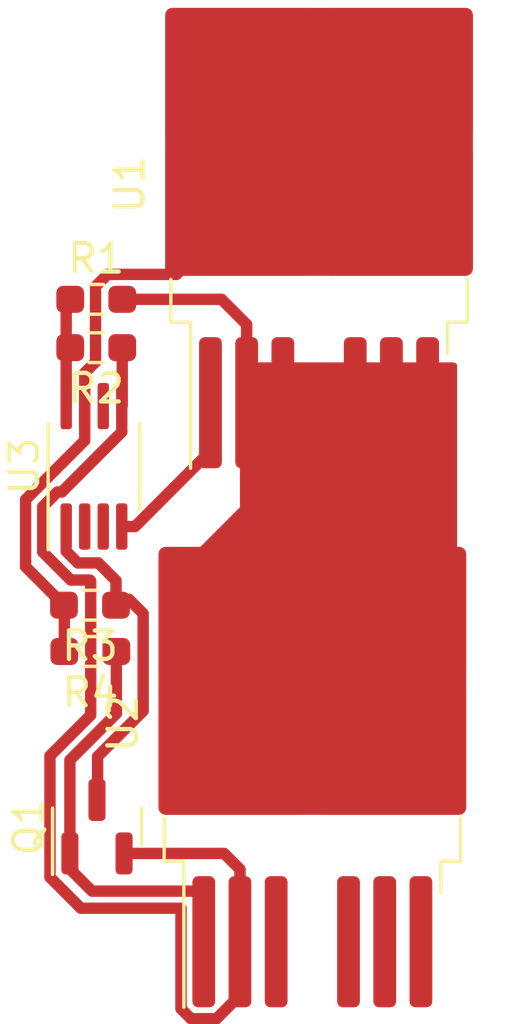
<source format=kicad_pcb>
(kicad_pcb (version 20221018) (generator pcbnew)
  (layers (0 "F.Cu" signal) (31 "B.Cu" signal) (34 "B.Paste" user) (35 "F.Paste" user) (36 "B.SilkS" user "B.Silkscreen") (37 "F.SilkS" user "F.Silkscreen") (38 "B.Mask" user) (39 "F.Mask" user) (44 "Edge.Cuts" user))
  (net 0 "")
  (net 1 "/en_n")
  (net 2 "GND")
  (net 3 "/12V")
  (net 7 "/en")
  (net 8 "/out")
  (net 9 "/sw")
  (net 10 "/gate")
  (footprint "Resistor_SMD:R_0603_1608Metric_Pad0.98x0.95mm_HandSolder" (layer "F.Cu") (at 45.756161 29.964229 180)
    (fp_text reference "R2" (at 0 -1.43) (layer "F.SilkS"))
    (fp_text value "R")
    (fp_line (start -0.254724 -0.5225) (end 0.254724 -0.5225) (stroke (width 0.12)) (layer "F.SilkS"))
    (fp_line (start -0.254724 0.5225) (end 0.254724 0.5225) (stroke (width 0.12)) (layer "F.SilkS"))
    (pad "1" smd roundrect (at -0.9125 0 180) (size 0.975 0.95) (layers "F.Cu" "F.Paste" "F.Mask") (net 2 "GND"))
    (pad "2" smd roundrect (at 0.9125 0 180) (size 0.975 0.95) (layers "F.Cu" "F.Paste" "F.Mask") (net 8 "/out"))
  )
  (footprint "Package_TO_SOT_SMD:TO-263-6" (layer "F.Cu") (at 53.34 43.15 90)
    (fp_text reference "U2" (at 0 -6.65 90) (layer "F.SilkS"))
    (fp_text value "~")
    (fp_line (start -4.825 -5.2) (end -4.825 -4.51) (stroke (width 0.12)) (layer "F.SilkS"))
    (fp_line (start -4.825 -4.51) (end -9.95 -4.51) (stroke (width 0.12)) (layer "F.SilkS"))
    (fp_line (start -4.825 4.51) (end -5.925 4.51) (stroke (width 0.12)) (layer "F.SilkS"))
    (fp_line (start -4.825 5.2) (end -4.825 4.51) (stroke (width 0.12)) (layer "F.SilkS"))
    (fp_line (start -3.325 -5.2) (end -4.825 -5.2) (stroke (width 0.12)) (layer "F.SilkS"))
    (fp_line (start -3.325 5.2) (end -4.825 5.2) (stroke (width 0.12)) (layer "F.SilkS"))
    (pad "1" smd roundrect (at -7.65 -3.81 90) (size 4.6 0.8) (layers "F.Cu" "F.Paste" "F.Mask") (net 1 "/en_n"))
    (pad "2" smd roundrect (at -7.65 -2.54 90) (size 4.6 0.8) (layers "F.Cu" "F.Paste" "F.Mask") (net 2 "GND"))
    (pad "3" smd roundrect (at -7.65 -1.27 90) (size 4.6 0.8) (layers "F.Cu" "F.Paste" "F.Mask") (net 2 "GND"))
    (pad "4" smd roundrect (at -0.925 -2.775 90) (size 4.55 5.25) (layers "F.Cu" "F.Paste") (roundrect_rratio 0.054945) (net 9 "/sw"))
    (pad "4" smd roundrect (at -0.925 2.775 90) (size 4.55 5.25) (layers "F.Cu" "F.Paste") (roundrect_rratio 0.054945) (net 9 "/sw"))
    (pad "4" smd roundrect (at 1.5 0 90) (size 9.4 10.8) (layers "F.Cu" "F.Mask") (roundrect_rratio 0.026596) (net 9 "/sw"))
    (pad "4" smd roundrect (at 3.925 -2.775 90) (size 4.55 5.25) (layers "F.Cu" "F.Paste") (roundrect_rratio 0.054945) (net 9 "/sw"))
    (pad "4" smd roundrect (at 3.925 2.775 90) (size 4.55 5.25) (layers "F.Cu" "F.Paste") (roundrect_rratio 0.054945) (net 9 "/sw"))
    (pad "5" smd roundrect (at -7.65 1.27 90) (size 4.6 0.8) (layers "F.Cu" "F.Paste" "F.Mask") (net 2 "GND"))
    (pad "6" smd roundrect (at -7.65 2.54 90) (size 4.6 0.8) (layers "F.Cu" "F.Paste" "F.Mask") (net 2 "GND"))
    (pad "7" smd roundrect (at -7.65 3.81 90) (size 4.6 0.8) (layers "F.Cu" "F.Paste" "F.Mask") (net 2 "GND"))
  )
  (footprint "Package_TO_SOT_SMD:SOT-23" (layer "F.Cu") (at 45.782482 46.765693 90)
    (fp_text reference "Q1" (at 0 -2.4 90) (layer "F.SilkS"))
    (fp_text value "2N7002")
    (fp_line (start 0 -1.56) (end -1.675 -1.56) (stroke (width 0.12)) (layer "F.SilkS"))
    (fp_line (start 0 -1.56) (end 0.65 -1.56) (stroke (width 0.12)) (layer "F.SilkS"))
    (fp_line (start 0 1.56) (end -0.65 1.56) (stroke (width 0.12)) (layer "F.SilkS"))
    (fp_line (start 0 1.56) (end 0.65 1.56) (stroke (width 0.12)) (layer "F.SilkS"))
    (pad "1" smd roundrect (at -0.9375 -0.95 90) (size 1.475 0.6) (layers "F.Cu" "F.Paste" "F.Mask") (net 1 "/en_n"))
    (pad "2" smd roundrect (at -0.9375 0.95 90) (size 1.475 0.6) (layers "F.Cu" "F.Paste" "F.Mask") (net 2 "GND"))
    (pad "3" smd roundrect (at 0.9375 0 90) (size 1.475 0.6) (layers "F.Cu" "F.Paste" "F.Mask") (net 7 "/en"))
  )
  (footprint "Resistor_SMD:R_0603_1608Metric_Pad0.98x0.95mm_HandSolder" (layer "F.Cu") (at 45.756161 28.26854)
    (fp_text reference "R1" (at 0 -1.43) (layer "F.SilkS"))
    (fp_text value "R")
    (fp_line (start -0.254724 -0.5225) (end 0.254724 -0.5225) (stroke (width 0.12)) (layer "F.SilkS"))
    (fp_line (start -0.254724 0.5225) (end 0.254724 0.5225) (stroke (width 0.12)) (layer "F.SilkS"))
    (pad "1" smd roundrect (at -0.9125 0) (size 0.975 0.95) (layers "F.Cu" "F.Paste" "F.Mask") (net 8 "/out"))
    (pad "2" smd roundrect (at 0.9125 0) (size 0.975 0.95) (layers "F.Cu" "F.Paste" "F.Mask") (net 9 "/sw"))
  )
  (footprint "Resistor_SMD:R_0603_1608Metric_Pad0.98x0.95mm_HandSolder" (layer "F.Cu") (at 45.549325 40.620434 180)
    (fp_text reference "R4" (at 0 -1.43) (layer "F.SilkS"))
    (fp_text value "R")
    (fp_line (start -0.254724 -0.5225) (end 0.254724 -0.5225) (stroke (width 0.12)) (layer "F.SilkS"))
    (fp_line (start -0.254724 0.5225) (end 0.254724 0.5225) (stroke (width 0.12)) (layer "F.SilkS"))
    (pad "1" smd roundrect (at -0.9125 0 180) (size 0.975 0.95) (layers "F.Cu" "F.Paste" "F.Mask") (net 1 "/en_n"))
    (pad "2" smd roundrect (at 0.9125 0 180) (size 0.975 0.95) (layers "F.Cu" "F.Paste" "F.Mask") (net 3 "/12V"))
  )
  (footprint "Resistor_SMD:R_0603_1608Metric_Pad0.98x0.95mm_HandSolder" (layer "F.Cu") (at 45.536844 38.996486 180)
    (fp_text reference "R3" (at 0 -1.43) (layer "F.SilkS"))
    (fp_text value "R")
    (fp_line (start -0.254724 -0.5225) (end 0.254724 -0.5225) (stroke (width 0.12)) (layer "F.SilkS"))
    (fp_line (start -0.254724 0.5225) (end 0.254724 0.5225) (stroke (width 0.12)) (layer "F.SilkS"))
    (pad "1" smd roundrect (at -0.9125 0 180) (size 0.975 0.95) (layers "F.Cu" "F.Paste" "F.Mask") (net 7 "/en"))
    (pad "2" smd roundrect (at 0.9125 0 180) (size 0.975 0.95) (layers "F.Cu" "F.Paste" "F.Mask") (net 3 "/12V"))
  )
  (footprint "Package_SO:MSOP-8_3x3mm_P0.65mm" (layer "F.Cu") (at 45.677336 34.125186 90)
    (fp_text reference "U3" (at 0 -2.45 90) (layer "F.SilkS"))
    (fp_text value "LTC4357MS8")
    (fp_line (start 0 -1.61) (end -2.925 -1.61) (stroke (width 0.12)) (layer "F.SilkS"))
    (fp_line (start 0 -1.61) (end 1.5 -1.61) (stroke (width 0.12)) (layer "F.SilkS"))
    (fp_line (start 0 1.61) (end -1.5 1.61) (stroke (width 0.12)) (layer "F.SilkS"))
    (fp_line (start 0 1.61) (end 1.5 1.61) (stroke (width 0.12)) (layer "F.SilkS"))
    (pad "1" smd roundrect (at -2.1125 -0.975 90) (size 1.625 0.4) (layers "F.Cu" "F.Paste" "F.Mask") (net 7 "/en"))
    (pad "2" smd roundrect (at -2.1125 -0.325 90) (size 1.625 0.4) (layers "F.Cu" "F.Paste" "F.Mask"))
    (pad "3" smd roundrect (at -2.1125 0.325 90) (size 1.625 0.4) (layers "F.Cu" "F.Paste" "F.Mask"))
    (pad "4" smd roundrect (at -2.1125 0.975 90) (size 1.625 0.4) (layers "F.Cu" "F.Paste" "F.Mask") (net 10 "/gate"))
    (pad "5" smd roundrect (at 2.1125 0.975 90) (size 1.625 0.4) (layers "F.Cu" "F.Paste" "F.Mask") (net 2 "GND"))
    (pad "6" smd roundrect (at 2.1125 0.325 90) (size 1.625 0.4) (layers "F.Cu" "F.Paste" "F.Mask"))
    (pad "7" smd roundrect (at 2.1125 -0.325 90) (size 1.625 0.4) (layers "F.Cu" "F.Paste" "F.Mask") (net 3 "/12V"))
    (pad "8" smd roundrect (at 2.1125 -0.975 90) (size 1.625 0.4) (layers "F.Cu" "F.Paste" "F.Mask") (net 8 "/out"))
  )
  (footprint "Package_TO_SOT_SMD:TO-263-6" (layer "F.Cu") (at 53.575 24.245 90)
    (fp_text reference "U1" (at 0 -6.65 90) (layer "F.SilkS"))
    (fp_text value "~")
    (fp_line (start -4.825 -5.2) (end -4.825 -4.51) (stroke (width 0.12)) (layer "F.SilkS"))
    (fp_line (start -4.825 -4.51) (end -9.95 -4.51) (stroke (width 0.12)) (layer "F.SilkS"))
    (fp_line (start -4.825 4.51) (end -5.925 4.51) (stroke (width 0.12)) (layer "F.SilkS"))
    (fp_line (start -4.825 5.2) (end -4.825 4.51) (stroke (width 0.12)) (layer "F.SilkS"))
    (fp_line (start -3.325 -5.2) (end -4.825 -5.2) (stroke (width 0.12)) (layer "F.SilkS"))
    (fp_line (start -3.325 5.2) (end -4.825 5.2) (stroke (width 0.12)) (layer "F.SilkS"))
    (pad "1" smd roundrect (at -7.65 -3.81 90) (size 4.6 0.8) (layers "F.Cu" "F.Paste" "F.Mask") (net 10 "/gate"))
    (pad "2" smd roundrect (at -7.65 -2.54 90) (size 4.6 0.8) (layers "F.Cu" "F.Paste" "F.Mask") (net 9 "/sw"))
    (pad "3" smd roundrect (at -7.65 -1.27 90) (size 4.6 0.8) (layers "F.Cu" "F.Paste" "F.Mask") (net 9 "/sw"))
    (pad "4" smd roundrect (at -0.925 -2.775 90) (size 4.55 5.25) (layers "F.Cu" "F.Paste") (roundrect_rratio 0.054945) (net 3 "/12V"))
    (pad "4" smd roundrect (at -0.925 2.775 90) (size 4.55 5.25) (layers "F.Cu" "F.Paste") (roundrect_rratio 0.054945) (net 3 "/12V"))
    (pad "4" smd roundrect (at 1.5 0 90) (size 9.4 10.8) (layers "F.Cu" "F.Mask") (roundrect_rratio 0.026596) (net 3 "/12V"))
    (pad "4" smd roundrect (at 3.925 -2.775 90) (size 4.55 5.25) (layers "F.Cu" "F.Paste") (roundrect_rratio 0.054945) (net 3 "/12V"))
    (pad "4" smd roundrect (at 3.925 2.775 90) (size 4.55 5.25) (layers "F.Cu" "F.Paste") (roundrect_rratio 0.054945) (net 3 "/12V"))
    (pad "5" smd roundrect (at -7.65 1.27 90) (size 4.6 0.8) (layers "F.Cu" "F.Paste" "F.Mask") (net 9 "/sw"))
    (pad "6" smd roundrect (at -7.65 2.54 90) (size 4.6 0.8) (layers "F.Cu" "F.Paste" "F.Mask") (net 9 "/sw"))
    (pad "7" smd roundrect (at -7.65 3.81 90) (size 4.6 0.8) (layers "F.Cu" "F.Paste" "F.Mask") (net 9 "/sw"))
  )
  (segment (start 44.832482 48.249946) (end 45.607769 49.025233) (width 0.4) (layer "F.Cu") (net 1))
  (segment (start 46.461825 42.799305) (end 44.832482 44.428648) (width 0.4) (layer "F.Cu") (net 1))
  (segment (start 45.607769 49.025233) (end 49.53 49.025233) (width 0.4) (layer "F.Cu") (net 1))
  (segment (start 49.53 49.025233) (end 49.53 50.8) (width 0.4) (layer "F.Cu") (net 1))
  (segment (start 44.832482 47.703193) (end 44.832482 48.249946) (width 0.4) (layer "F.Cu") (net 1))
  (segment (start 44.832482 44.428648) (end 44.832482 47.703193) (width 0.4) (layer "F.Cu") (net 1))
  (segment (start 46.461825 40.620434) (end 46.461825 42.799305) (width 0.4) (layer "F.Cu") (net 1))
  (segment (start 50.8 48.26) (end 50.8 50.8) (width 0.4) (layer "F.Cu") (net 2))
  (segment (start 45.561844 42.850758) (end 44.132482 44.28012) (width 0.4) (layer "F.Cu") (net 2))
  (segment (start 49.081472 53.5) (end 49.978528 53.5) (width 0.4) (layer "F.Cu") (net 2))
  (segment (start 44.395229 35.025186) (end 43.878193 35.542222) (width 0.4) (layer "F.Cu") (net 2))
  (segment (start 44.54914 35.025186) (end 44.395229 35.025186) (width 0.4) (layer "F.Cu") (net 2))
  (segment (start 44.132482 48.540693) (end 45.217022 49.625233) (width 0.4) (layer "F.Cu") (net 2))
  (segment (start 46.652336 32.012686) (end 46.652336 32.795) (width 0.25) (layer "F.Cu") (net 2))
  (segment (start 48.73 53.148528) (end 49.081472 53.5) (width 0.4) (layer "F.Cu") (net 2))
  (segment (start 44.132482 44.28012) (end 44.132482 48.540693) (width 0.4) (layer "F.Cu") (net 2))
  (segment (start 50.243193 47.703193) (end 50.8 48.26) (width 0.4) (layer "F.Cu") (net 2))
  (segment (start 49.978528 53.5) (end 50.8 52.678528) (width 0.4) (layer "F.Cu") (net 2))
  (segment (start 45.561844 38.148266) (end 45.561844 42.850758) (width 0.4) (layer "F.Cu") (net 2))
  (segment (start 43.878193 37.131678) (end 44.860995 38.11448) (width 0.4) (layer "F.Cu") (net 2))
  (segment (start 46.652336 32.92199) (end 44.54914 35.025186) (width 0.4) (layer "F.Cu") (net 2))
  (segment (start 50.8 52.678528) (end 50.8 50.8) (width 0.4) (layer "F.Cu") (net 2))
  (segment (start 46.668661 31.996361) (end 46.652336 32.012686) (width 0.25) (layer "F.Cu") (net 2))
  (segment (start 44.860995 38.11448) (end 45.528058 38.11448) (width 0.4) (layer "F.Cu") (net 2))
  (segment (start 43.878193 35.542222) (end 43.878193 37.131678) (width 0.4) (layer "F.Cu") (net 2))
  (segment (start 48.73 49.625233) (end 48.73 53.148528) (width 0.4) (layer "F.Cu") (net 2))
  (segment (start 46.668661 29.964229) (end 46.668661 31.996361) (width 0.4) (layer "F.Cu") (net 2))
  (segment (start 45.528058 38.11448) (end 45.561844 38.148266) (width 0.4) (layer "F.Cu") (net 2))
  (segment (start 46.732482 47.703193) (end 50.243193 47.703193) (width 0.4) (layer "F.Cu") (net 2))
  (segment (start 46.652336 32.795) (end 46.652336 32.92199) (width 0.4) (layer "F.Cu") (net 2))
  (segment (start 45.217022 49.625233) (end 48.73 49.625233) (width 0.4) (layer "F.Cu") (net 2))
  (segment (start 45.352336 32.012686) (end 45.352336 30.844615) (width 0.4) (layer "F.Cu") (net 3))
  (segment (start 48.57646 27.39354) (end 50.8 25.17) (width 0.4) (layer "F.Cu") (net 3))
  (segment (start 45.352336 33.219551) (end 45.352336 32.012686) (width 0.4) (layer "F.Cu") (net 3))
  (segment (start 44.177336 38.549478) (end 44.636825 39.008967) (width 0.4) (layer "F.Cu") (net 3))
  (segment (start 45.731161 27.816979) (end 46.1546 27.39354) (width 0.4) (layer "F.Cu") (net 3))
  (segment (start 45.731161 30.46579) (end 45.731161 27.816979) (width 0.4) (layer "F.Cu") (net 3))
  (segment (start 44.636825 39.008967) (end 44.636825 40.620434) (width 0.4) (layer "F.Cu") (net 3))
  (segment (start 45.352336 30.844615) (end 45.731161 30.46579) (width 0.4) (layer "F.Cu") (net 3))
  (segment (start 46.1546 27.39354) (end 48.57646 27.39354) (width 0.4) (layer "F.Cu") (net 3))
  (segment (start 44.177336 38.549478) (end 43.278193 37.650335) (width 0.4) (layer "F.Cu") (net 3))
  (segment (start 43.278193 35.293694) (end 45.352336 33.219551) (width 0.4) (layer "F.Cu") (net 3))
  (segment (start 43.278193 37.650335) (end 43.278193 35.293694) (width 0.4) (layer "F.Cu") (net 3))
  (segment (start 44.624344 38.996486) (end 44.177336 38.549478) (width 0.25) (layer "F.Cu") (net 3))
  (segment (start 45.109523 37.51448) (end 45.830147 37.51448) (width 0.4) (layer "F.Cu") (net 7))
  (segment (start 47.40201 42.707648) (end 45.805338 44.30432) (width 0.4) (layer "F.Cu") (net 7))
  (segment (start 46.901553 38.788789) (end 47.40201 39.289246) (width 0.4) (layer "F.Cu") (net 7))
  (segment (start 46.449344 38.788789) (end 46.901553 38.788789) (width 0.4) (layer "F.Cu") (net 7))
  (segment (start 47.40201 39.289246) (end 47.40201 42.707648) (width 0.4) (layer "F.Cu") (net 7))
  (segment (start 45.805338 44.30432) (end 45.805338 45.805338) (width 0.4) (layer "F.Cu") (net 7))
  (segment (start 46.449344 38.133677) (end 45.830147 37.51448) (width 0.4) (layer "F.Cu") (net 7))
  (segment (start 46.449344 38.788789) (end 46.449344 38.133677) (width 0.4) (layer "F.Cu") (net 7))
  (segment (start 46.449344 38.788789) (end 46.449344 38.996486) (width 0.25) (layer "F.Cu") (net 7))
  (segment (start 44.702336 37.107293) (end 45.109523 37.51448) (width 0.4) (layer "F.Cu") (net 7))
  (segment (start 44.702336 36.237686) (end 44.702336 37.041781) (width 0.25) (layer "F.Cu") (net 7))
  (segment (start 44.702336 37.041781) (end 44.702336 37.107293) (width 0.4) (layer "F.Cu") (net 7))
  (segment (start 44.702336 32.012686) (end 44.702336 28.409865) (width 0.4) (layer "F.Cu") (net 8))
  (segment (start 44.702336 28.409865) (end 44.843661 28.26854) (width 0.25) (layer "F.Cu") (net 8))
  (segment (start 50.154771 28.26854) (end 46.668661 28.26854) (width 0.4) (layer "F.Cu") (net 9))
  (segment (start 51.035 31.895) (end 51.035 29.148769) (width 0.4) (layer "F.Cu") (net 9))
  (segment (start 51.035 29.148769) (end 50.154771 28.26854) (width 0.4) (layer "F.Cu") (net 9))
  (segment (start 47.117325 36.237686) (end 49.765 33.590011) (width 0.4) (layer "F.Cu") (net 10))
  (segment (start 49.765 33.590011) (end 49.765 33.125022) (width 0.4) (layer "F.Cu") (net 10))
  (segment (start 46.652336 36.237686) (end 47.117325 36.237686) (width 0.4) (layer "F.Cu") (net 10))
  (segment (start 49.765 33.125022) (end 49.765 31.895) (width 0.25) (layer "F.Cu") (net 10))
  (zone (net 9) (net_name "/sw") (layer "F.Cu") (connect_pads yes (clearance 0.5)) (min_thickness 0.25) (fill yes (thermal_gap 0.5) (thermal_bridge_width 0.5))
    (polygon (pts (xy 50.8 30.48) (xy 50.8 35.56) (xy 48.26 38.1) (xy 48.26 40.64) (xy 58.42 40.64) (xy 58.42 30.48)))
  )
)
</source>
